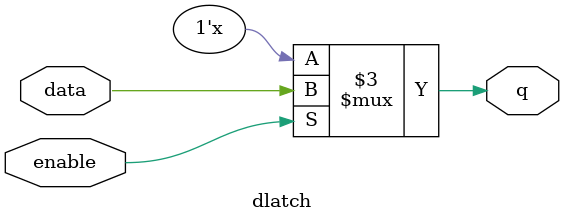
<source format=v>
module dlatch(data,enable,q);
	input data,enable;
	output q;
	reg q;
	
	always@(data or enable)
	  begin
	    if(enable)
	      begin
	        q = data;
	      end
	  end
endmodule
	    
	 
	

</source>
